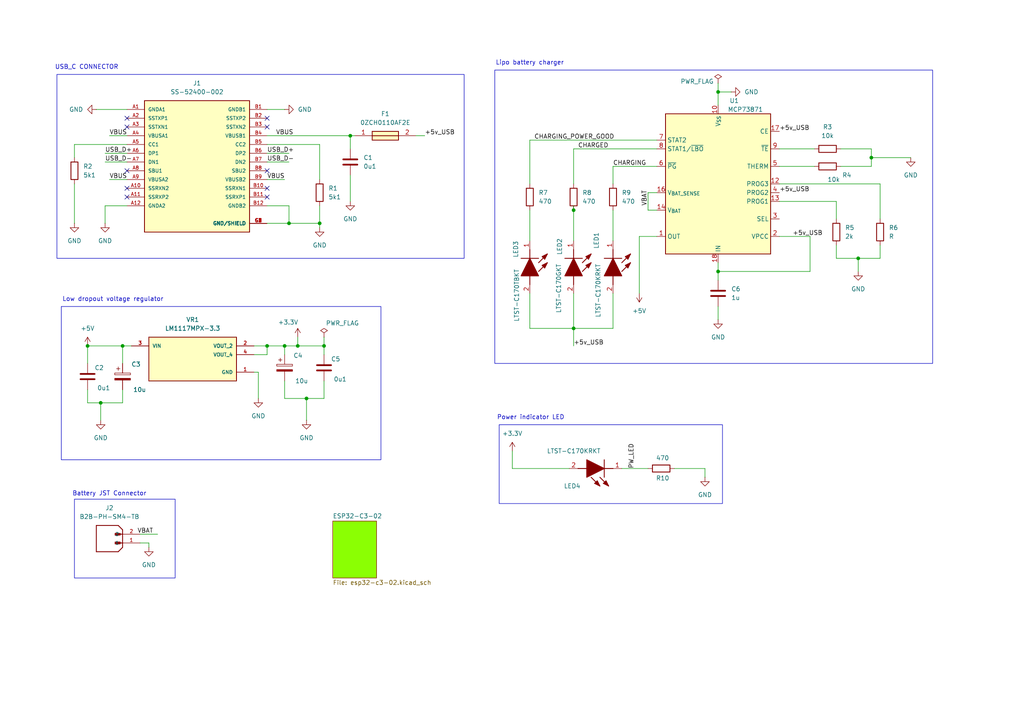
<source format=kicad_sch>
(kicad_sch (version 20250114) (generator "eeschema") (generator_version "9.0")
  (paper "A4")
  (title_block (title "ESP 32 IOT board") (date "2025-07-17"))
  (lib_symbols
    (symbol "0ZCH0110AF2E:0ZCH0110AF2E" (pin_names (hide yes))
      (property "Reference" "F" (at 13.97 6.35 0))
      (property "Value" "0ZCH0110AF2E" (at 13.97 3.81 0))
      (symbol "0ZCH0110AF2E_1_1"
        (rectangle (start 5.08 1.27) (end 12.7 -1.27) (stroke (width 0.254)) (fill (type background)))
        (polyline (pts (xy 5.08 0) (xy 12.7 0)) (stroke (width 0.254)))
        (pin passive line (at 0 0 0) (length 5.08) (name "1") (number "1"))
        (pin passive line (at 17.78 0 180) (length 5.08) (name "2") (number "2"))
      )
    )
    (symbol "B2B-PH-SM4-TB:B2B-PH-SM4-TB" (pin_names (offset 1.016))
      (property "Reference" "J" (at 0 6.35 0))
      (property "Value" "B2B-PH-SM4-TB" (at 0 -5.08 0))
      (symbol "B2B-PH-SM4-TB_0_0"
        (polyline (pts (xy 0 3.81) (xy 0 2.54)) (stroke (width 0.254)))
        (polyline (pts (xy 0 3.81) (xy 1.27 5.08)) (stroke (width 0.254)))
        (polyline (pts (xy 0 2.54) (xy 0 -1.27)) (stroke (width 0.254)))
        (polyline (pts (xy 0 2.54) (xy 1.905 2.54)) (stroke (width 0.254)))
        (polyline (pts (xy 0 0) (xy 1.905 0)) (stroke (width 0.254)))
        (polyline (pts (xy 0 -1.27) (xy 1.27 -2.54)) (stroke (width 0.254)))
        (rectangle (start 0.635 2.2225) (end 2.2225 2.8575) (stroke (width 0.1)) (fill (type outline)))
        (rectangle (start 0.635 -0.3175) (end 2.2225 0.3175) (stroke (width 0.1)) (fill (type outline)))
        (polyline (pts (xy 1.27 -2.54) (xy 7.62 -2.54)) (stroke (width 0.254)))
        (polyline (pts (xy 7.62 5.08) (xy 1.27 5.08)) (stroke (width 0.254)))
        (polyline (pts (xy 7.62 -2.54) (xy 7.62 5.08)) (stroke (width 0.254)))
        (pin passive line (at -5.08 2.54 0) (length 5.08) (name "1") (number "1"))
        (pin passive line (at -5.08 0 0) (length 5.08) (name "2") (number "2"))
      )
    )
    (symbol "Battery_Management:MCP73871"
      (property "Reference" "U" (at -7.62 24.13 0))
      (property "Value" "MCP73871" (at -15.24 21.59 0))
      (symbol "MCP73871_0_1"
        (rectangle (start -15.24 20.32) (end 15.24 -20.32) (stroke (width 0.254)) (fill (type background)))
      )
      (symbol "MCP73871_1_1"
        (pin input line (at -17.78 15.24 0) (length 2.54) (name "VPCC") (number "2"))
        (pin input line (at -17.78 10.16 0) (length 2.54) (name "SEL") (number "3"))
        (pin bidirectional line (at -17.78 5.08 0) (length 2.54) (name "PROG1") (number "13"))
        (pin input line (at -17.78 2.54 0) (length 2.54) (name "PROG2") (number "4"))
        (pin bidirectional line (at -17.78 0 0) (length 2.54) (name "PROG3") (number "12"))
        (pin bidirectional line (at -17.78 -5.08 0) (length 2.54) (name "THERM") (number "5"))
        (pin input line (at -17.78 -10.16 0) (length 2.54) (name "~{TE}") (number "9"))
        (pin input line (at -17.78 -15.24 0) (length 2.54) (name "CE") (number "17"))
        (pin power_in line (at 0 22.86 270) (length 2.54) (name "IN") (number "18"))
        (pin passive line (at 0 22.86 270) (length 2.54) (hide yes) (name "IN") (number "19"))
        (pin power_in line (at 0 -22.86 90) (length 2.54) (name "V_{SS}") (number "10"))
        (pin passive line (at 0 -22.86 90) (length 2.54) (hide yes) (name "V_{SS}") (number "11"))
        (pin passive line (at 0 -22.86 90) (length 2.54) (hide yes) (name "V_{SS}") (number "21"))
        (pin power_out line (at 17.78 15.24 180) (length 2.54) (name "OUT") (number "1"))
        (pin passive line (at 17.78 15.24 180) (length 2.54) (hide yes) (name "OUT") (number "20"))
        (pin power_out line (at 17.78 7.62 180) (length 2.54) (name "V_{BAT}") (number "14"))
        (pin passive line (at 17.78 7.62 180) (length 2.54) (hide yes) (name "V_{BAT}") (number "15"))
        (pin input line (at 17.78 2.54 180) (length 2.54) (name "V_{BAT_SENSE}") (number "16"))
        (pin open_collector line (at 17.78 -5.08 180) (length 2.54) (name "~{PG}") (number "6"))
        (pin open_collector line (at 17.78 -10.16 180) (length 2.54) (name "STAT1/~{LBO}") (number "8"))
        (pin open_collector line (at 17.78 -12.7 180) (length 2.54) (name "STAT2") (number "7"))
      )
    )
    (symbol "Device:C" (pin_numbers (hide yes)) (pin_names (offset 0.254))
      (property "Reference" "C" (at 0.635 2.54 0))
      (property "Value" "C" (at 0.635 -2.54 0))
      (symbol "C_0_1"
        (polyline (pts (xy -2.032 0.762) (xy 2.032 0.762)) (stroke (width 0.508)))
        (polyline (pts (xy -2.032 -0.762) (xy 2.032 -0.762)) (stroke (width 0.508)))
      )
      (symbol "C_1_1"
        (pin passive line (at 0 3.81 270) (length 2.794) (name "~") (number "1"))
        (pin passive line (at 0 -3.81 90) (length 2.794) (name "~") (number "2"))
      )
    )
    (symbol "Device:C_Polarized" (pin_numbers (hide yes)) (pin_names (offset 0.254))
      (property "Reference" "C" (at 0.635 2.54 0))
      (property "Value" "C_Polarized" (at 0.635 -2.54 0))
      (symbol "C_Polarized_0_1"
        (rectangle (start -2.286 0.508) (end 2.286 1.016))
        (polyline (pts (xy -1.778 2.286) (xy -0.762 2.286)))
        (polyline (pts (xy -1.27 2.794) (xy -1.27 1.778)))
        (rectangle (start 2.286 -0.508) (end -2.286 -1.016) (fill (type outline)))
      )
      (symbol "C_Polarized_1_1"
        (pin passive line (at 0 3.81 270) (length 2.794) (name "~") (number "1"))
        (pin passive line (at 0 -3.81 90) (length 2.794) (name "~") (number "2"))
      )
    )
    (symbol "Device:R" (pin_numbers (hide yes)) (pin_names (offset 0))
      (property "Reference" "R" (at 2.032 0 90))
      (property "Value" "R" (at 0 0 90))
      (symbol "R_0_1"
        (rectangle (start -1.016 -2.54) (end 1.016 2.54) (stroke (width 0.254)))
      )
      (symbol "R_1_1"
        (pin passive line (at 0 3.81 270) (length 1.27) (name "~") (number "1"))
        (pin passive line (at 0 -3.81 90) (length 1.27) (name "~") (number "2"))
      )
    )
    (symbol "LM1117MPX-3.3:LM1117MPX-3.3" (pin_names (offset 1.016))
      (property "Reference" "VR" (at -12.7 6.08 0))
      (property "Value" "LM1117MPX-3.3" (at -12.7 -9.08 0))
      (symbol "LM1117MPX-3.3_0_0"
        (rectangle (start -12.7 -7.62) (end 12.7 5.08) (stroke (width 0.254)) (fill (type background)))
        (pin power_in line (at -17.78 2.54 0) (length 5.08) (name "VIN") (number "3"))
        (pin power_in line (at 17.78 2.54 180) (length 5.08) (name "VOUT_2") (number "2"))
        (pin power_in line (at 17.78 0 180) (length 5.08) (name "VOUT_4") (number "4"))
        (pin power_in line (at 17.78 -5.08 180) (length 5.08) (name "GND") (number "1"))
      )
    )
    (symbol "LTST-C170GKT:LTST-C170GKT" (pin_names (hide yes))
      (property "Reference" "LED" (at 12.7 8.89 0))
      (property "Value" "LTST-C170GKT" (at 12.7 6.35 0))
      (symbol "LTST-C170GKT_1_1"
        (polyline (pts (xy 2.54 0) (xy 5.08 0)) (stroke (width 0.254)))
        (polyline (pts (xy 5.08 2.54) (xy 5.08 -2.54)) (stroke (width 0.254)))
        (polyline (pts (xy 5.08 0) (xy 10.16 2.54) (xy 10.16 -2.54) (xy 5.08 0)) (stroke (width 0.254)) (fill (type outline)))
        (polyline (pts (xy 5.334 4.318) (xy 4.572 3.556) (xy 3.81 5.08) (xy 5.334 4.318)) (stroke (width 0.254)) (fill (type outline)))
        (polyline (pts (xy 6.35 2.54) (xy 3.81 5.08)) (stroke (width 0.254)))
        (polyline (pts (xy 7.874 4.318) (xy 7.112 3.556) (xy 6.35 5.08) (xy 7.874 4.318)) (stroke (width 0.254)) (fill (type outline)))
        (polyline (pts (xy 8.89 2.54) (xy 6.35 5.08)) (stroke (width 0.254)))
        (polyline (pts (xy 10.16 0) (xy 12.7 0)) (stroke (width 0.254)))
        (pin passive line (at 0 0 0) (length 2.54) (name "K") (number "1"))
        (pin passive line (at 15.24 0 180) (length 2.54) (name "A") (number "2"))
      )
    )
    (symbol "LTST-C170KRKT:LTST-C170KRKT" (pin_names (hide yes))
      (property "Reference" "LED" (at 12.7 8.89 0))
      (property "Value" "LTST-C170KRKT" (at 12.7 6.35 0))
      (symbol "LTST-C170KRKT_1_1"
        (polyline (pts (xy 2.54 0) (xy 5.08 0)) (stroke (width 0.254)))
        (polyline (pts (xy 5.08 2.54) (xy 5.08 -2.54)) (stroke (width 0.254)))
        (polyline (pts (xy 5.08 0) (xy 10.16 2.54) (xy 10.16 -2.54) (xy 5.08 0)) (stroke (width 0.254)) (fill (type outline)))
        (polyline (pts (xy 5.334 4.318) (xy 4.572 3.556) (xy 3.81 5.08) (xy 5.334 4.318)) (stroke (width 0.254)) (fill (type outline)))
        (polyline (pts (xy 6.35 2.54) (xy 3.81 5.08)) (stroke (width 0.254)))
        (polyline (pts (xy 7.874 4.318) (xy 7.112 3.556) (xy 6.35 5.08) (xy 7.874 4.318)) (stroke (width 0.254)) (fill (type outline)))
        (polyline (pts (xy 8.89 2.54) (xy 6.35 5.08)) (stroke (width 0.254)))
        (polyline (pts (xy 10.16 0) (xy 12.7 0)) (stroke (width 0.254)))
        (pin passive line (at 0 0 0) (length 2.54) (name "K") (number "1"))
        (pin passive line (at 15.24 0 180) (length 2.54) (name "A") (number "2"))
      )
    )
    (symbol "LTST-C170TBKT:LTST-C170TBKT" (pin_names (hide yes))
      (property "Reference" "LED" (at 12.7 8.89 0))
      (property "Value" "LTST-C170TBKT" (at 12.7 6.35 0))
      (symbol "LTST-C170TBKT_1_1"
        (polyline (pts (xy 2.54 0) (xy 5.08 0)) (stroke (width 0.254)))
        (polyline (pts (xy 5.08 2.54) (xy 5.08 -2.54)) (stroke (width 0.254)))
        (polyline (pts (xy 5.08 0) (xy 10.16 2.54) (xy 10.16 -2.54) (xy 5.08 0)) (stroke (width 0.254)) (fill (type outline)))
        (polyline (pts (xy 5.334 4.318) (xy 4.572 3.556) (xy 3.81 5.08) (xy 5.334 4.318)) (stroke (width 0.254)) (fill (type outline)))
        (polyline (pts (xy 6.35 2.54) (xy 3.81 5.08)) (stroke (width 0.254)))
        (polyline (pts (xy 7.874 4.318) (xy 7.112 3.556) (xy 6.35 5.08) (xy 7.874 4.318)) (stroke (width 0.254)) (fill (type outline)))
        (polyline (pts (xy 8.89 2.54) (xy 6.35 5.08)) (stroke (width 0.254)))
        (polyline (pts (xy 10.16 0) (xy 12.7 0)) (stroke (width 0.254)))
        (pin passive line (at 0 0 0) (length 2.54) (name "K") (number "1"))
        (pin passive line (at 15.24 0 180) (length 2.54) (name "A") (number "2"))
      )
    )
    (symbol "SS-52400-002:SS-52400-002" (pin_names (offset 1.016))
      (property "Reference" "J" (at -15.24 19.05 0))
      (property "Value" "SS-52400-002" (at -15.24 -22.86 0))
      (symbol "SS-52400-002_0_0"
        (rectangle (start -15.24 -20.32) (end 15.24 17.78) (stroke (width 0.254)) (fill (type background)))
        (pin power_in line (at -20.32 15.24 0) (length 5.08) (name "GNDA1") (number "A1"))
        (pin bidirectional line (at -20.32 12.7 0) (length 5.08) (name "SSTXP1") (number "A2"))
        (pin bidirectional line (at -20.32 10.16 0) (length 5.08) (name "SSTXN1") (number "A3"))
        (pin power_in line (at -20.32 7.62 0) (length 5.08) (name "VBUSA1") (number "A4"))
        (pin bidirectional line (at -20.32 5.08 0) (length 5.08) (name "CC1") (number "A5"))
        (pin bidirectional line (at -20.32 2.54 0) (length 5.08) (name "DP1") (number "A6"))
        (pin bidirectional line (at -20.32 0 0) (length 5.08) (name "DN1") (number "A7"))
        (pin bidirectional line (at -20.32 -2.54 0) (length 5.08) (name "SBU1") (number "A8"))
        (pin power_in line (at -20.32 -5.08 0) (length 5.08) (name "VBUSA2") (number "A9"))
        (pin bidirectional line (at -20.32 -7.62 0) (length 5.08) (name "SSRXN2") (number "A10"))
        (pin bidirectional line (at -20.32 -10.16 0) (length 5.08) (name "SSRXP2") (number "A11"))
        (pin power_in line (at -20.32 -12.7 0) (length 5.08) (name "GNDA2") (number "A12"))
        (pin power_in line (at 20.32 15.24 180) (length 5.08) (name "GNDB1") (number "B1"))
        (pin bidirectional line (at 20.32 12.7 180) (length 5.08) (name "SSTXP2") (number "B2"))
        (pin bidirectional line (at 20.32 10.16 180) (length 5.08) (name "SSTXN2") (number "B3"))
        (pin power_in line (at 20.32 7.62 180) (length 5.08) (name "VBUSB1") (number "B4"))
        (pin bidirectional line (at 20.32 5.08 180) (length 5.08) (name "CC2") (number "B5"))
        (pin bidirectional line (at 20.32 2.54 180) (length 5.08) (name "DP2") (number "B6"))
        (pin bidirectional line (at 20.32 0 180) (length 5.08) (name "DN2") (number "B7"))
        (pin bidirectional line (at 20.32 -2.54 180) (length 5.08) (name "SBU2") (number "B8"))
        (pin power_in line (at 20.32 -5.08 180) (length 5.08) (name "VBUSB2") (number "B9"))
        (pin bidirectional line (at 20.32 -7.62 180) (length 5.08) (name "SSRXN1") (number "B10"))
        (pin bidirectional line (at 20.32 -10.16 180) (length 5.08) (name "SSRXP1") (number "B11"))
        (pin power_in line (at 20.32 -12.7 180) (length 5.08) (name "GNDB2") (number "B12"))
        (pin power_in line (at 20.32 -17.78 180) (length 5.08) (name "GND/SHIELD") (number "G1"))
        (pin power_in line (at 20.32 -17.78 180) (length 5.08) (name "GND/SHIELD") (number "G2"))
        (pin power_in line (at 20.32 -17.78 180) (length 5.08) (name "GND/SHIELD") (number "G3"))
        (pin power_in line (at 20.32 -17.78 180) (length 5.08) (name "GND/SHIELD") (number "G4"))
        (pin power_in line (at 20.32 -17.78 180) (length 5.08) (name "GND/SHIELD") (number "S1"))
        (pin power_in line (at 20.32 -17.78 180) (length 5.08) (name "GND/SHIELD") (number "S2"))
        (pin power_in line (at 20.32 -17.78 180) (length 5.08) (name "GND/SHIELD") (number "S3"))
        (pin power_in line (at 20.32 -17.78 180) (length 5.08) (name "GND/SHIELD") (number "S4"))
      )
    )
    (symbol "power:+3.3V" (power) (pin_numbers (hide yes)) (pin_names (offset 0) (hide yes))
      (property "Value" "+3.3V" (at 0 3.556 0))
      (symbol "+3.3V_0_1"
        (polyline (pts (xy -0.762 1.27) (xy 0 2.54)))
        (polyline (pts (xy 0 2.54) (xy 0.762 1.27)))
        (polyline (pts (xy 0 0) (xy 0 2.54)))
      )
      (symbol "+3.3V_1_1"
        (pin power_in line (at 0 0 90) (length 0) (name "~") (number "1"))
      )
    )
    (symbol "power:+5V" (power) (pin_numbers (hide yes)) (pin_names (offset 0) (hide yes))
      (property "Value" "+5V" (at 0 3.556 0))
      (symbol "+5V_0_1"
        (polyline (pts (xy -0.762 1.27) (xy 0 2.54)))
        (polyline (pts (xy 0 2.54) (xy 0.762 1.27)))
        (polyline (pts (xy 0 0) (xy 0 2.54)))
      )
      (symbol "+5V_1_1"
        (pin power_in line (at 0 0 90) (length 0) (name "~") (number "1"))
      )
    )
    (symbol "power:GND" (power) (pin_numbers (hide yes)) (pin_names (offset 0) (hide yes))
      (property "Value" "GND" (at 0 -3.81 0))
      (symbol "GND_0_1"
        (polyline (pts (xy 0 0) (xy 0 -1.27) (xy 1.27 -1.27) (xy 0 -2.54) (xy -1.27 -1.27) (xy 0 -1.27)))
      )
      (symbol "GND_1_1"
        (pin power_in line (at 0 0 270) (length 0) (name "~") (number "1"))
      )
    )
    (symbol "power:PWR_FLAG" (power) (pin_numbers (hide yes)) (pin_names (offset 0) (hide yes))
      (property "Value" "PWR_FLAG" (at 0 3.81 0))
      (symbol "PWR_FLAG_0_0"
        (pin power_out line (at 0 0 90) (length 0) (name "~") (number "1"))
      )
      (symbol "PWR_FLAG_0_1"
        (polyline (pts (xy 0 0) (xy 0 1.27) (xy -1.016 1.905) (xy 0 2.54) (xy 1.016 1.905) (xy 0 1.27)))
      )
    )
  )
  (rectangle (start 144.78 123.19) (end 209.55 146.05))
  (rectangle (start 143.51 20.32) (end 270.51 105.41))
  (rectangle (start 17.78 88.9) (end 110.49 133.35))
  (rectangle (start 21.59 144.78) (end 50.8 167.64))
  (rectangle (start 16.51 21.59) (end 134.62 74.93))
  (text "Lipo battery charger" (at 153.67 18.288 0) (effects (font (size 1.27 1.27))))
  (text "Low dropout voltage regulator\n" (at 32.766 86.868 0) (effects (font (size 1.27 1.27))))
  (text "Power indicator LED\n" (at 153.924 121.158 0) (effects (font (size 1.27 1.27))))
  (text "USB_C CONNECTOR" (at 25.146 19.558 0) (effects (font (size 1.27 1.27))))
  (text "Battery JST Connector" (at 31.75 143.256 0) (effects (font (size 1.27 1.27))))
  (junction (at 86.36 100.33))
  (junction (at 93.98 100.33))
  (junction (at 208.28 26.67))
  (junction (at 166.37 60.96))
  (junction (at 82.55 100.33))
  (junction (at 208.28 78.74))
  (junction (at 101.6 39.37))
  (junction (at 248.92 74.93))
  (junction (at 92.71 64.77))
  (junction (at 252.73 45.72))
  (junction (at 25.4 100.33))
  (junction (at 35.56 100.33))
  (junction (at 83.82 64.77))
  (junction (at 166.37 95.25))
  (junction (at 77.47 100.33))
  (junction (at 88.9 115.57))
  (junction (at 29.21 116.84))
  (no_connect (at 77.47 34.29))
  (no_connect (at 36.83 49.53))
  (no_connect (at 77.47 49.53))
  (no_connect (at 36.83 34.29))
  (no_connect (at 77.47 54.61))
  (no_connect (at 36.83 57.15))
  (no_connect (at 36.83 54.61))
  (no_connect (at 36.83 36.83))
  (no_connect (at 77.47 57.15))
  (no_connect (at 77.47 36.83))
  (wire (pts (xy 187.96 60.96) (xy 190.5 60.96)))
  (wire (pts (xy 166.37 95.25) (xy 177.8 95.25)))
  (wire (pts (xy 166.37 53.34) (xy 166.37 43.18)))
  (wire (pts (xy 29.21 116.84) (xy 29.21 121.92)))
  (wire (pts (xy 153.67 53.34) (xy 153.67 40.64)))
  (wire (pts (xy 25.4 116.84) (xy 29.21 116.84)))
  (wire (pts (xy 77.47 102.87) (xy 77.47 100.33)))
  (wire (pts (xy 30.48 59.69) (xy 30.48 64.77)))
  (wire (pts (xy 248.92 74.93) (xy 248.92 78.74)))
  (wire (pts (xy 248.92 74.93) (xy 255.27 74.93)))
  (wire (pts (xy 25.4 100.33) (xy 25.4 105.41)))
  (wire (pts (xy 73.66 100.33) (xy 77.47 100.33)))
  (wire (pts (xy 177.8 60.96) (xy 177.8 69.85)))
  (wire (pts (xy 242.57 71.12) (xy 242.57 74.93)))
  (wire (pts (xy 77.47 41.91) (xy 92.71 41.91)))
  (wire (pts (xy 177.8 53.34) (xy 177.8 48.26)))
  (wire (pts (xy 101.6 50.8) (xy 101.6 58.42)))
  (wire (pts (xy 195.58 135.89) (xy 204.47 135.89)))
  (wire (pts (xy 25.4 113.03) (xy 25.4 116.84)))
  (wire (pts (xy 252.73 48.26) (xy 243.84 48.26)))
  (wire (pts (xy 166.37 60.96) (xy 166.37 69.85)))
  (wire (pts (xy 177.8 48.26) (xy 190.5 48.26)))
  (wire (pts (xy 190.5 55.88) (xy 187.96 55.88)))
  (wire (pts (xy 264.16 45.72) (xy 252.73 45.72)))
  (wire (pts (xy 83.82 64.77) (xy 92.71 64.77)))
  (wire (pts (xy 77.47 44.45) (xy 83.82 44.45)))
  (wire (pts (xy 43.18 157.48) (xy 43.18 158.75)))
  (wire (pts (xy 73.66 102.87) (xy 77.47 102.87)))
  (wire (pts (xy 21.59 41.91) (xy 21.59 45.72)))
  (wire (pts (xy 208.28 76.2) (xy 208.28 78.74)))
  (wire (pts (xy 177.8 85.09) (xy 177.8 95.25)))
  (wire (pts (xy 243.84 43.18) (xy 252.73 43.18)))
  (wire (pts (xy 148.59 135.89) (xy 165.1 135.89)))
  (wire (pts (xy 242.57 63.5) (xy 242.57 58.42)))
  (wire (pts (xy 82.55 110.49) (xy 82.55 115.57)))
  (wire (pts (xy 77.47 64.77) (xy 83.82 64.77)))
  (wire (pts (xy 82.55 100.33) (xy 86.36 100.33)))
  (wire (pts (xy 120.65 39.37) (xy 123.19 39.37)))
  (wire (pts (xy 31.75 39.37) (xy 36.83 39.37)))
  (wire (pts (xy 30.48 44.45) (xy 36.83 44.45)))
  (wire (pts (xy 82.55 115.57) (xy 88.9 115.57)))
  (wire (pts (xy 36.83 59.69) (xy 30.48 59.69)))
  (wire (pts (xy 166.37 85.09) (xy 166.37 95.25)))
  (wire (pts (xy 86.36 100.33) (xy 93.98 100.33)))
  (wire (pts (xy 153.67 85.09) (xy 153.67 95.25)))
  (wire (pts (xy 83.82 59.69) (xy 83.82 64.77)))
  (wire (pts (xy 166.37 59.69) (xy 166.37 60.96)))
  (wire (pts (xy 77.47 31.75) (xy 82.55 31.75)))
  (wire (pts (xy 208.28 88.9) (xy 208.28 92.71)))
  (wire (pts (xy 208.28 78.74) (xy 208.28 81.28)))
  (wire (pts (xy 21.59 53.34) (xy 21.59 64.77)))
  (wire (pts (xy 82.55 100.33) (xy 82.55 102.87)))
  (wire (pts (xy 255.27 74.93) (xy 255.27 71.12)))
  (wire (pts (xy 153.67 95.25) (xy 166.37 95.25)))
  (wire (pts (xy 93.98 100.33) (xy 93.98 102.87)))
  (wire (pts (xy 86.36 97.79) (xy 86.36 100.33)))
  (wire (pts (xy 166.37 95.25) (xy 166.37 100.33)))
  (wire (pts (xy 92.71 64.77) (xy 92.71 66.04)))
  (wire (pts (xy 92.71 59.69) (xy 92.71 64.77)))
  (wire (pts (xy 30.48 46.99) (xy 36.83 46.99)))
  (wire (pts (xy 29.21 116.84) (xy 35.56 116.84)))
  (wire (pts (xy 88.9 115.57) (xy 88.9 121.92)))
  (wire (pts (xy 226.06 68.58) (xy 234.95 68.58)))
  (wire (pts (xy 101.6 43.18) (xy 101.6 39.37)))
  (wire (pts (xy 36.83 41.91) (xy 21.59 41.91)))
  (wire (pts (xy 35.56 100.33) (xy 35.56 105.41)))
  (wire (pts (xy 73.66 107.95) (xy 74.93 107.95)))
  (wire (pts (xy 40.64 157.48) (xy 43.18 157.48)))
  (wire (pts (xy 208.28 26.67) (xy 208.28 30.48)))
  (wire (pts (xy 92.71 41.91) (xy 92.71 52.07)))
  (wire (pts (xy 93.98 97.79) (xy 93.98 100.33)))
  (wire (pts (xy 77.47 59.69) (xy 83.82 59.69)))
  (wire (pts (xy 204.47 135.89) (xy 204.47 138.43)))
  (wire (pts (xy 208.28 78.74) (xy 234.95 78.74)))
  (wire (pts (xy 153.67 60.96) (xy 153.67 69.85)))
  (wire (pts (xy 226.06 43.18) (xy 236.22 43.18)))
  (wire (pts (xy 212.09 26.67) (xy 208.28 26.67)))
  (wire (pts (xy 77.47 46.99) (xy 83.82 46.99)))
  (wire (pts (xy 255.27 53.34) (xy 255.27 63.5)))
  (wire (pts (xy 252.73 45.72) (xy 252.73 48.26)))
  (wire (pts (xy 185.42 68.58) (xy 185.42 85.09)))
  (wire (pts (xy 226.06 53.34) (xy 255.27 53.34)))
  (wire (pts (xy 27.94 31.75) (xy 36.83 31.75)))
  (wire (pts (xy 77.47 39.37) (xy 101.6 39.37)))
  (wire (pts (xy 88.9 115.57) (xy 93.98 115.57)))
  (wire (pts (xy 101.6 39.37) (xy 102.87 39.37)))
  (wire (pts (xy 226.06 48.26) (xy 236.22 48.26)))
  (wire (pts (xy 31.75 52.07) (xy 36.83 52.07)))
  (wire (pts (xy 148.59 130.81) (xy 148.59 135.89)))
  (wire (pts (xy 35.56 100.33) (xy 25.4 100.33)))
  (wire (pts (xy 187.96 55.88) (xy 187.96 60.96)))
  (wire (pts (xy 226.06 58.42) (xy 242.57 58.42)))
  (wire (pts (xy 77.47 100.33) (xy 82.55 100.33)))
  (wire (pts (xy 153.67 40.64) (xy 190.5 40.64)))
  (wire (pts (xy 166.37 43.18) (xy 190.5 43.18)))
  (wire (pts (xy 242.57 74.93) (xy 248.92 74.93)))
  (wire (pts (xy 38.1 100.33) (xy 35.56 100.33)))
  (wire (pts (xy 74.93 107.95) (xy 74.93 115.57)))
  (wire (pts (xy 185.42 68.58) (xy 190.5 68.58)))
  (wire (pts (xy 187.96 135.89) (xy 180.34 135.89)))
  (wire (pts (xy 35.56 113.03) (xy 35.56 116.84)))
  (wire (pts (xy 208.28 24.13) (xy 208.28 26.67)))
  (wire (pts (xy 252.73 43.18) (xy 252.73 45.72)))
  (wire (pts (xy 40.64 154.94) (xy 45.72 154.94)))
  (wire (pts (xy 93.98 115.57) (xy 93.98 110.49)))
  (wire (pts (xy 234.95 68.58) (xy 234.95 78.74)))
  (wire (pts (xy 77.47 52.07) (xy 82.55 52.07)))
  (label "VBUS" (at 31.75 52.07 0))
  (label "CHARGING" (at 177.8 48.26 0))
  (label "PW_LED" (at 184.15 135.89 90))
  (label "+5v_USB" (at 226.06 38.1 0))
  (label "CHARGED" (at 167.64 43.18 0))
  (label "+5v_USB" (at 166.37 100.33 0))
  (label "USB_D-" (at 77.47 46.99 0))
  (label "VBAT" (at 44.45 154.94 180))
  (label "USB_D+" (at 30.48 44.45 0))
  (label "USB_D+" (at 77.47 44.45 0))
  (label "+5v_USB" (at 229.87 68.58 0))
  (label "+5v_USB" (at 226.06 55.88 0))
  (label "VBAT" (at 187.96 59.69 90))
  (label "CHARGING_POWER_GOOD" (at 154.94 40.64 0))
  (label "VBUS" (at 31.75 39.37 0))
  (label "VBUS" (at 77.47 52.07 0))
  (label "USB_D-" (at 30.48 46.99 0))
  (label "+5v_USB" (at 123.19 39.37 0))
  (label "VBUS" (at 80.01 39.37 0))
  (symbol (lib_id "Device:R") (at 240.03 43.18 90) (unit 1)
    (property "Reference" "R3" (at 240.03 36.83 90))
    (property "Value" "10k" (at 240.03 39.37 90))
    (property "Description" "Resistor" (effects (hide yes)))
  )
  (symbol (lib_id "power:GND") (at 43.18 158.75 0) (unit 1)
    (property "Reference" "#PWR016" (effects (hide yes)))
    (property "Value" "GND" (at 43.18 163.83 0))
    (property "Description" "Power symbol creates a global label with name \"GND\" , ground" (effects (hide yes)))
  )
  (symbol (lib_id "power:GND") (at 248.92 78.74 0) (unit 1)
    (property "Reference" "#PWR08" (effects (hide yes)))
    (property "Value" "GND" (at 248.92 83.82 0))
    (property "Description" "Power symbol creates a global label with name \"GND\" , ground" (effects (hide yes)))
  )
  (symbol (lib_id "power:GND") (at 74.93 115.57 0) (unit 1)
    (property "Reference" "#PWR015" (effects (hide yes)))
    (property "Value" "GND" (at 74.93 120.65 0))
    (property "Description" "Power symbol creates a global label with name \"GND\" , ground" (effects (hide yes)))
  )
  (symbol (lib_id "power:GND") (at 21.59 64.77 0) (unit 1)
    (property "Reference" "#PWR02" (effects (hide yes)))
    (property "Value" "GND" (at 21.59 69.85 0))
    (property "Description" "Power symbol creates a global label with name \"GND\" , ground" (effects (hide yes)))
  )
  (symbol (lib_id "Device:R") (at 191.77 135.89 270) (unit 1)
    (property "Reference" "R10" (at 190.246 138.684 90) (effects (justify left)))
    (property "Value" "470" (at 190.246 132.842 90) (effects (justify left)))
    (property "Description" "Resistor" (effects (hide yes)))
  )
  (symbol (lib_id "LM1117MPX-3.3:LM1117MPX-3.3") (at 55.88 102.87 0) (unit 1)
    (property "Reference" "VR1" (at 55.88 92.71 0))
    (property "Value" "LM1117MPX-3.3" (at 55.88 95.25 0))
    (property "Footprint" "LM1117MPX-3.3:VREG_LM1117MPX-3.3" (effects (hide yes)))
    (property "MF" "onsemi" (effects (hide yes)))
    (property "DESCRIPTION" "800-mA 15-V linear voltage regulator 4-SOT-223" (effects (hide yes)))
    (property "PACKAGE" "SOT-223-4 Texas Instruments" (effects (hide yes)))
    (property "PRICE" "None" (effects (hide yes)))
    (property "Package" "SOT-223-4 ON Semiconductor" (effects (hide yes)))
    (property "Check_prices" "https://www.snapeda.com/parts/LM1117MPX-33NOPB/Onsemi/view-part/?ref=eda" (effects (hide yes)))
    (property "Price" "None" (effects (hide yes)))
    (property "SnapEDA_Link" "https://www.snapeda.com/parts/LM1117MPX-33NOPB/Onsemi/view-part/?ref=snap" (effects (hide yes)))
    (property "MP" "LM1117MPX-33NOPB" (effects (hide yes)))
    (property "Description_1" "Linear Voltage Regulator IC Positive Fixed 1 Output 800mA SOT-223" (effects (hide yes)))
    (property "Availability" "In Stock" (effects (hide yes)))
    (property "AVAILABILITY" "Warning" (effects (hide yes)))
    (property "PURCHASE-URL" "https://pricing.snapeda.com/search/part/LM1117MPX-3.3/?ref=eda" (effects (hide yes)))
  )
  (symbol (lib_id "Device:R") (at 240.03 48.26 90) (unit 1)
    (property "Reference" "R4" (at 245.618 50.8 90))
    (property "Value" "10k" (at 241.808 52.07 90))
    (property "Description" "Resistor" (effects (hide yes)))
  )
  (symbol (lib_id "power:GND") (at 204.47 138.43 0) (unit 1)
    (property "Reference" "#PWR018" (effects (hide yes)))
    (property "Value" "GND" (at 204.47 143.51 0))
    (property "Description" "Power symbol creates a global label with name \"GND\" , ground" (effects (hide yes)))
  )
  (symbol (lib_id "B2B-PH-SM4-TB:B2B-PH-SM4-TB") (at 35.56 154.94 180) (unit 1)
    (property "Reference" "J2" (at 31.75 147.32 0))
    (property "Value" "B2B-PH-SM4-TB" (at 31.75 149.86 0))
    (property "Footprint" "B2B-PH-SM4-TB:JST_B2B-PH-SM4-TB" (effects (hide yes)))
    (property "MF" "JST" (effects (hide yes)))
    (property "MAXIMUM_PACKAGE_HEIGHT" "6.6 mm" (effects (hide yes)))
    (property "Package" "NON STANDARD-2 JST" (effects (hide yes)))
    (property "Price" "None" (effects (hide yes)))
    (property "Check_prices" "https://www.snapeda.com/parts/B2B-PH-SM4-TB/JST/view-part/?ref=eda" (effects (hide yes)))
    (property "STANDARD" "Manufacturer Recommendations" (effects (hide yes)))
    (property "PARTREV" "N/A" (effects (hide yes)))
    (property "SnapEDA_Link" "https://www.snapeda.com/parts/B2B-PH-SM4-TB/JST/view-part/?ref=snap" (effects (hide yes)))
    (property "MP" "B2B-PH-SM4-TB" (effects (hide yes)))
    (property "Description_1" "Connector Header Surface Mount 2 position 0.079 (2.00mm)" (effects (hide yes)))
    (property "Availability" "In Stock" (effects (hide yes)))
    (property "MANUFACTURER" "JST" (effects (hide yes)))
  )
  (symbol (lib_id "Device:R") (at 255.27 67.31 180) (unit 1)
    (property "Reference" "R6" (at 257.81 66.0399 0) (effects (justify right)))
    (property "Value" "R" (at 257.81 68.5799 0) (effects (justify right)))
    (property "Description" "Resistor" (effects (hide yes)))
  )
  (symbol (lib_id "power:PWR_FLAG") (at 93.98 97.79 0) (unit 1)
    (property "Reference" "#FLG02" (effects (hide yes)))
    (property "Value" "PWR_FLAG" (at 99.314 93.726 0))
    (property "Description" "Special symbol for telling ERC where power comes from" (effects (hide yes)))
  )
  (symbol (lib_id "power:+5V") (at 185.42 85.09 180) (unit 1)
    (property "Reference" "#PWR019" (effects (hide yes)))
    (property "Value" "+5V" (at 185.42 90.17 0))
    (property "Description" "Power symbol creates a global label with name \"+5V\"" (effects (hide yes)))
  )
  (symbol (lib_id "Device:R") (at 21.59 49.53 0) (unit 1)
    (property "Reference" "R2" (at 24.13 48.2599 0) (effects (justify left)))
    (property "Value" "5k1" (at 24.13 50.7999 0) (effects (justify left)))
    (property "Description" "Resistor" (effects (hide yes)))
  )
  (symbol (lib_id "power:PWR_FLAG") (at 208.28 24.13 0) (unit 1)
    (property "Reference" "#FLG01" (effects (hide yes)))
    (property "Value" "PWR_FLAG" (at 202.184 23.622 0))
    (property "Description" "Special symbol for telling ERC where power comes from" (effects (hide yes)))
  )
  (symbol (lib_id "Device:R") (at 92.71 55.88 0) (unit 1)
    (property "Reference" "R1" (at 95.25 54.6099 0) (effects (justify left)))
    (property "Value" "5k1" (at 95.25 57.1499 0) (effects (justify left)))
    (property "Description" "Resistor" (effects (hide yes)))
  )
  (symbol (lib_id "power:GND") (at 30.48 64.77 0) (unit 1)
    (property "Reference" "#PWR06" (effects (hide yes)))
    (property "Value" "GND" (at 30.48 69.85 0))
    (property "Description" "Power symbol creates a global label with name \"GND\" , ground" (effects (hide yes)))
  )
  (symbol (lib_id "power:GND") (at 88.9 121.92 0) (unit 1)
    (property "Reference" "#PWR014" (effects (hide yes)))
    (property "Value" "GND" (at 88.9 127 0))
    (property "Description" "Power symbol creates a global label with name \"GND\" , ground" (effects (hide yes)))
  )
  (symbol (lib_id "power:+3.3V") (at 86.36 97.79 0) (unit 1)
    (property "Reference" "#PWR012" (effects (hide yes)))
    (property "Value" "+3.3V" (at 83.566 93.472 0))
    (property "Description" "Power symbol creates a global label with name \"+3.3V\"" (effects (hide yes)))
  )
  (symbol (lib_id "power:GND") (at 27.94 31.75 270) (unit 1)
    (property "Reference" "#PWR07" (effects (hide yes)))
    (property "Value" "GND" (at 24.13 31.7499 90) (effects (justify right)))
    (property "Description" "Power symbol creates a global label with name \"GND\" , ground" (effects (hide yes)))
  )
  (symbol (lib_id "Device:R") (at 153.67 57.15 0) (unit 1)
    (property "Reference" "R7" (at 156.21 55.8799 0) (effects (justify left)))
    (property "Value" "470" (at 156.21 58.4199 0) (effects (justify left)))
    (property "Description" "Resistor" (effects (hide yes)))
  )
  (symbol (lib_id "power:+3.3V") (at 148.59 130.81 0) (unit 1)
    (property "Reference" "#PWR017" (effects (hide yes)))
    (property "Value" "+3.3V" (at 148.59 125.73 0))
    (property "Description" "Power symbol creates a global label with name \"+3.3V\"" (effects (hide yes)))
  )
  (symbol (lib_id "power:GND") (at 264.16 45.72 0) (unit 1)
    (property "Reference" "#PWR01" (effects (hide yes)))
    (property "Value" "GND" (at 264.16 50.8 0))
    (property "Description" "Power symbol creates a global label with name \"GND\" , ground" (effects (hide yes)))
  )
  (symbol (lib_id "power:GND") (at 29.21 121.92 0) (unit 1)
    (property "Reference" "#PWR013" (effects (hide yes)))
    (property "Value" "GND" (at 29.21 127 0))
    (property "Description" "Power symbol creates a global label with name \"GND\" , ground" (effects (hide yes)))
  )
  (symbol (lib_id "Device:R") (at 242.57 67.31 180) (unit 1)
    (property "Reference" "R5" (at 245.11 66.0399 0) (effects (justify right)))
    (property "Value" "2k" (at 245.11 68.5799 0) (effects (justify right)))
    (property "Description" "Resistor" (effects (hide yes)))
  )
  (symbol (lib_id "Battery_Management:MCP73871") (at 208.28 53.34 180) (unit 1)
    (property "Reference" "U1" (at 211.582 29.21 0) (effects (justify right)))
    (property "Value" "MCP73871" (at 211.074 31.75 0) (effects (justify right)))
    (property "Footprint" "Package_DFN_QFN:QFN-20-1EP_4x4mm_P0.5mm_EP2.5x2.5mm" (effects (hide yes)))
    (property "Datasheet" "http://www.mouser.com/ds/2/268/22090a-52174.pdf" (effects (hide yes)))
    (property "Description" "Single cell, Li-Ion/Li-Po charge management controller" (effects (hide yes)))
  )
  (symbol (lib_id "LTST-C170KRKT:LTST-C170KRKT") (at 177.8 69.85 270) (unit 1)
    (property "Reference" "LED1" (at 172.974 67.31 0) (effects (justify left)))
    (property "Value" "LTST-C170KRKT" (at 173.482 76.454 0) (effects (justify left)))
    (property "Footprint" "LEDC2012X120N" (effects (hide yes)))
    (property "Datasheet" "https://componentsearchengine.com/Datasheets/1/LTST-C170KRKT.pdf" (effects (hide yes)))
    (property "Description" "Standard LEDs - SMD Red Clear 631nm" (effects (hide yes)))
    (property "Height" "1.2" (effects (hide yes)))
    (property "Manufacturer_Name" "Lite-On" (effects (hide yes)))
    (property "Manufacturer_Part_Number" "LTST-C170KRKT" (effects (hide yes)))
    (property "Mouser Part Number" "859-LTST-C170KRKT" (effects (hide yes)))
    (property "Mouser Price/Stock" "https://www.mouser.co.uk/ProductDetail/Lite-On/LTST-C170KRKT?qs=NUb82WqeCyrVOID%2Fxt4rgA%3D%3D" (effects (hide yes)))
    (property "Arrow Part Number" "LTST-C170KRKT" (effects (hide yes)))
    (property "Arrow Price/Stock" "https://www.arrow.com/en/products/ltst-c170krkt/lite-on-technology?utm_currency=USD&region=nac" (effects (hide yes)))
  )
  (symbol (lib_id "power:GND") (at 212.09 26.67 90) (unit 1)
    (property "Reference" "#PWR010" (effects (hide yes)))
    (property "Value" "GND" (at 215.9 26.6699 90) (effects (justify right)))
    (property "Description" "Power symbol creates a global label with name \"GND\" , ground" (effects (hide yes)))
  )
  (symbol (lib_id "Device:C") (at 25.4 109.22 0) (unit 1)
    (property "Reference" "C2" (at 27.432 106.68 0) (effects (justify left)))
    (property "Value" "0u1" (at 28.194 112.522 0) (effects (justify left)))
    (property "Description" "Unpolarized capacitor" (effects (hide yes)))
  )
  (symbol (lib_id "power:+5V") (at 25.4 100.33 0) (unit 1)
    (property "Reference" "#PWR011" (effects (hide yes)))
    (property "Value" "+5V" (at 25.4 95.25 0))
    (property "Description" "Power symbol creates a global label with name \"+5V\"" (effects (hide yes)))
  )
  (symbol (lib_id "power:GND") (at 92.71 66.04 0) (unit 1)
    (property "Reference" "#PWR03" (effects (hide yes)))
    (property "Value" "GND" (at 92.71 71.12 0))
    (property "Description" "Power symbol creates a global label with name \"GND\" , ground" (effects (hide yes)))
  )
  (symbol (lib_id "LTST-C170GKT:LTST-C170GKT") (at 166.37 69.85 270) (unit 1)
    (property "Reference" "LED2" (at 162.306 69.088 0) (effects (justify left)))
    (property "Value" "LTST-C170GKT" (at 162.052 76.454 0) (effects (justify left)))
    (property "Footprint" "LEDC2012X120N" (effects (hide yes)))
    (property "Datasheet" "https://mm.digikey.com/Volume0/opasdata/d220001/medias/docus/895/LTST-C170GKT.pdf" (effects (hide yes)))
    (property "Description" "LED,SMD,0805,Green,6mcd,130deg Lite-On LTST-C170GKT, CHIPLED 0805 Series Green LED, 569 nm 2012 (0805), Rectangle Lens SMD package" (effects (hide yes)))
    (property "Height" "1.2" (effects (hide yes)))
    (property "Manufacturer_Name" "Lite-On" (effects (hide yes)))
    (property "Manufacturer_Part_Number" "LTST-C170GKT" (effects (hide yes)))
    (property "Mouser Part Number" "859-LTST-C170GKT" (effects (hide yes)))
    (property "Mouser Price/Stock" "https://www.mouser.co.uk/ProductDetail/Lite-On/LTST-C170GKT?qs=%2FSqKn2EfXQSV5aRij3YIfQ%3D%3D" (effects (hide yes)))
    (property "Arrow Part Number" "LTST-C170GKT" (effects (hide yes)))
    (property "Arrow Price/Stock" "https://www.arrow.com/en/products/ltst-c170gkt/lite-on-technology?utm_currency=USD&region=nac" (effects (hide yes)))
  )
  (symbol (lib_id "0ZCH0110AF2E:0ZCH0110AF2E") (at 102.87 39.37 0) (unit 1)
    (property "Reference" "F1" (at 111.76 33.02 0))
    (property "Value" "0ZCH0110AF2E" (at 111.76 35.56 0))
    (property "Footprint" "FUSC3226X100N" (effects (hide yes)))
    (property "Datasheet" "https://www.belfuse.com/resources/datasheets/circuitprotection/ds-cp-0zch-series.pdf" (effects (hide yes)))
    (property "Description" "1210 SMT PPTC | 1.10 Ih | 16V" (effects (hide yes)))
    (property "Height" "1" (effects (hide yes)))
    (property "Manufacturer_Name" "Bel Circuit Protection" (effects (hide yes)))
    (property "Manufacturer_Part_Number" "0ZCH0110AF2E" (effects (hide yes)))
  )
  (symbol (lib_id "power:GND") (at 101.6 58.42 0) (unit 1)
    (property "Reference" "#PWR05" (effects (hide yes)))
    (property "Value" "GND" (at 101.6 63.5 0))
    (property "Description" "Power symbol creates a global label with name \"GND\" , ground" (effects (hide yes)))
  )
  (symbol (lib_id "Device:R") (at 166.37 57.15 0) (unit 1)
    (property "Reference" "R8" (at 168.91 55.8799 0) (effects (justify left)))
    (property "Value" "470" (at 168.91 58.4199 0) (effects (justify left)))
    (property "Description" "Resistor" (effects (hide yes)))
  )
  (symbol (lib_id "Device:C_Polarized") (at 35.56 109.22 0) (unit 1)
    (property "Reference" "C3" (at 38.1 105.664 0) (effects (justify left)))
    (property "Value" "10u" (at 38.608 113.03 0) (effects (justify left)))
    (property "Description" "Polarized capacitor" (effects (hide yes)))
  )
  (symbol (lib_id "Device:C") (at 101.6 46.99 0) (unit 1)
    (property "Reference" "C1" (at 105.41 45.7199 0) (effects (justify left)))
    (property "Value" "0u1" (at 105.41 48.2599 0) (effects (justify left)))
    (property "Description" "Unpolarized capacitor" (effects (hide yes)))
  )
  (symbol (lib_id "Device:C_Polarized") (at 82.55 106.68 0) (unit 1)
    (property "Reference" "C4" (at 85.09 103.124 0) (effects (justify left)))
    (property "Value" "10u" (at 85.598 110.49 0) (effects (justify left)))
    (property "Description" "Polarized capacitor" (effects (hide yes)))
  )
  (symbol (lib_id "Device:R") (at 177.8 57.15 0) (unit 1)
    (property "Reference" "R9" (at 180.34 55.8799 0) (effects (justify left)))
    (property "Value" "470" (at 180.34 58.4199 0) (effects (justify left)))
    (property "Description" "Resistor" (effects (hide yes)))
  )
  (symbol (lib_id "Device:C") (at 208.28 85.09 0) (unit 1)
    (property "Reference" "C6" (at 212.09 83.8199 0) (effects (justify left)))
    (property "Value" "1u" (at 212.09 86.3599 0) (effects (justify left)))
    (property "Description" "Unpolarized capacitor" (effects (hide yes)))
  )
  (symbol (lib_id "Device:C") (at 93.98 106.68 0) (unit 1)
    (property "Reference" "C5" (at 96.012 104.14 0) (effects (justify left)))
    (property "Value" "0u1" (at 96.774 109.982 0) (effects (justify left)))
    (property "Description" "Unpolarized capacitor" (effects (hide yes)))
  )
  (symbol (lib_id "power:GND") (at 82.55 31.75 90) (unit 1)
    (property "Reference" "#PWR04" (effects (hide yes)))
    (property "Value" "GND" (at 86.36 31.7499 90) (effects (justify right)))
    (property "Description" "Power symbol creates a global label with name \"GND\" , ground" (effects (hide yes)))
  )
  (symbol (lib_id "SS-52400-002:SS-52400-002") (at 57.15 46.99 0) (unit 1)
    (property "Reference" "J1" (at 57.15 24.13 0))
    (property "Value" "SS-52400-002" (at 57.15 26.67 0))
    (property "Footprint" "SS-52400-002:BELFUSE_SS-52400-002" (effects (hide yes)))
    (property "MF" "Bel Fuse" (effects (hide yes)))
    (property "MAXIMUM_PACKAGE_HEIGHT" "2.96 mm" (effects (hide yes)))
    (property "Package" "None" (effects (hide yes)))
    (property "Price" "None" (effects (hide yes)))
    (property "Check_prices" "https://www.snapeda.com/parts/SS-52400-002/Bel+Circuit+Protection/view-part/?ref=eda" (effects (hide yes)))
    (property "STANDARD" "Manufacturer Recommendations" (effects (hide yes)))
    (property "PARTREV" "A0" (effects (hide yes)))
    (property "SnapEDA_Link" "https://www.snapeda.com/parts/SS-52400-002/Bel+Circuit+Protection/view-part/?ref=snap" (effects (hide yes)))
    (property "MP" "SS-52400-002" (effects (hide yes)))
    (property "Description_1" "USB Type-C Connector | USB 3.1 | 1 Port | Right Angle Receptacle | Shielded | 0.039 in (1.00mm) PCB Thickness" (effects (hide yes)))
    (property "Availability" "In Stock" (effects (hide yes)))
    (property "MANUFACTURER" "BelFuse" (effects (hide yes)))
  )
  (symbol (lib_id "LTST-C170KRKT:LTST-C170KRKT") (at 180.34 135.89 180) (unit 1)
    (property "Reference" "LED4" (at 168.402 140.97 0) (effects (justify left)))
    (property "Value" "LTST-C170KRKT" (at 174.244 130.81 0) (effects (justify left)))
    (property "Footprint" "LEDC2012X120N" (effects (hide yes)))
    (property "Datasheet" "https://componentsearchengine.com/Datasheets/1/LTST-C170KRKT.pdf" (effects (hide yes)))
    (property "Description" "Standard LEDs - SMD Red Clear 631nm" (effects (hide yes)))
    (property "Height" "1.2" (effects (hide yes)))
    (property "Manufacturer_Name" "Lite-On" (effects (hide yes)))
    (property "Manufacturer_Part_Number" "LTST-C170KRKT" (effects (hide yes)))
    (property "Mouser Part Number" "859-LTST-C170KRKT" (effects (hide yes)))
    (property "Mouser Price/Stock" "https://www.mouser.co.uk/ProductDetail/Lite-On/LTST-C170KRKT?qs=NUb82WqeCyrVOID%2Fxt4rgA%3D%3D" (effects (hide yes)))
    (property "Arrow Part Number" "LTST-C170KRKT" (effects (hide yes)))
    (property "Arrow Price/Stock" "https://www.arrow.com/en/products/ltst-c170krkt/lite-on-technology?utm_currency=USD&region=nac" (effects (hide yes)))
  )
  (symbol (lib_id "power:GND") (at 208.28 92.71 0) (unit 1)
    (property "Reference" "#PWR09" (effects (hide yes)))
    (property "Value" "GND" (at 208.28 97.79 0))
    (property "Description" "Power symbol creates a global label with name \"GND\" , ground" (effects (hide yes)))
  )
  (symbol (lib_id "LTST-C170TBKT:LTST-C170TBKT") (at 153.67 69.85 270) (unit 1)
    (property "Reference" "LED3" (at 149.606 69.85 0) (effects (justify left)))
    (property "Value" "LTST-C170TBKT" (at 149.86 77.978 0) (effects (justify left)))
    (property "Footprint" "LEDC2012X120N" (effects (hide yes)))
    (property "Datasheet" "https://componentsearchengine.com/Datasheets/1/LTST-C170TBKT.pdf" (effects (hide yes)))
    (property "Description" "LED,SMD,0805,Blue,28mcd,130deg" (effects (hide yes)))
    (property "Height" "1.2" (effects (hide yes)))
    (property "Manufacturer_Name" "Lite-On" (effects (hide yes)))
    (property "Manufacturer_Part_Number" "LTST-C170TBKT" (effects (hide yes)))
    (property "Mouser Part Number" "859-LTST-C170TBKT" (effects (hide yes)))
    (property "Mouser Price/Stock" "https://www.mouser.co.uk/ProductDetail/Lite-On/LTST-C170TBKT?qs=0uL0gcxEMop2ooGmIUzw3A%3D%3D" (effects (hide yes)))
    (property "Arrow Part Number" "LTST-C170TBKT" (effects (hide yes)))
    (property "Arrow Price/Stock" "https://www.arrow.com/en/products/ltst-c170tbkt/lite-on-technology?utm_currency=USD&region=nac" (effects (hide yes)))
  )
  (sheet (at 96.52 151.13) (size 12.7 16.51) (stroke (width 0.1524)) (fill (color 139 255 3 1.0000))
    (property "Sheetname" "ESP32-C3-02" (at 96.52 150.4184 0) (effects (justify left bottom)))
    (property "Sheetfile" "esp32-c3-02.kicad_sch" (at 96.52 168.2246 0) (effects (justify left top)))
  )
)
</source>
